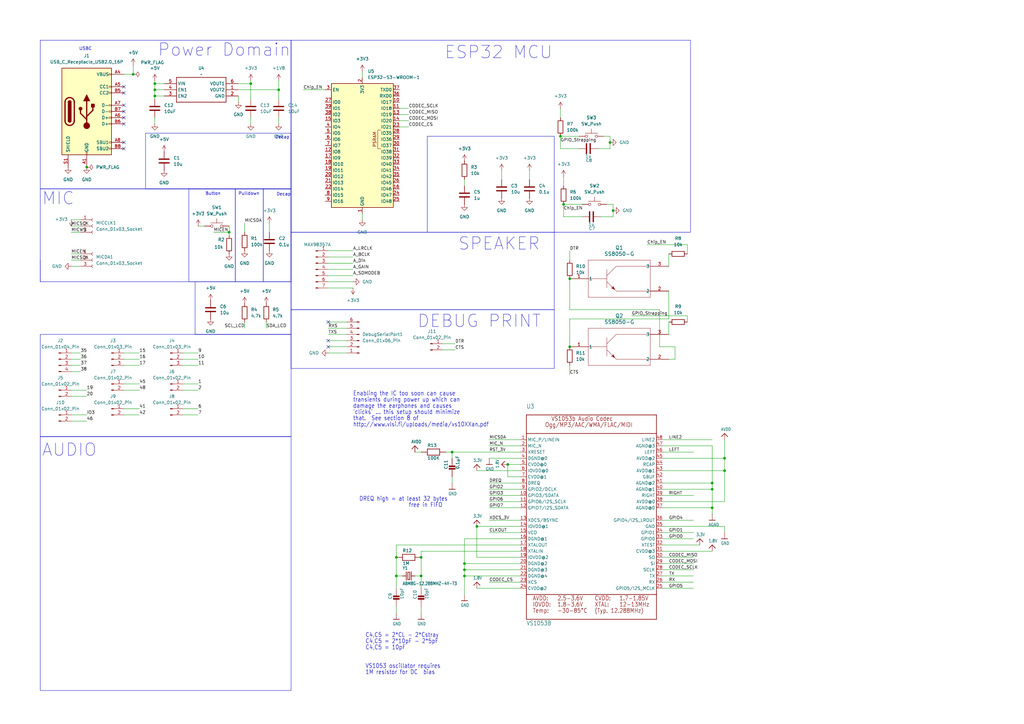
<source format=kicad_sch>
(kicad_sch (version 20231120) (generator "eeschema") (generator_version "8.0")
  (paper "A3")
  (junction (at 114.3 36.83))
  (junction (at 63.5 34.29))
  (junction (at 229.87 55.88))
  (junction (at 297.18 193.04))
  (junction (at 63.5 39.37))
  (junction (at 54.61 30.48))
  (junction (at 292.1 208.28))
  (junction (at 297.18 187.96))
  (junction (at 292.1 200.66))
  (junction (at 185.42 185.42))
  (junction (at 292.1 198.12))
  (junction (at 172.72 236.22))
  (junction (at 102.87 34.29))
  (junction (at 233.68 114.3))
  (junction (at 190.5 231.14))
  (junction (at 63.5 36.83))
  (junction (at 250.19 58.42))
  (junction (at 172.72 228.6))
  (junction (at 251.46 86.36))
  (junction (at 93.98 95.25))
  (junction (at 162.56 228.6))
  (junction (at 190.5 233.68))
  (junction (at 35.56 68.58))
  (junction (at 233.68 142.24))
  (junction (at 190.5 236.22))
  (junction (at 208.28 190.5))
  (junction (at 231.14 83.82))
  (junction (at 195.58 215.9))
  (junction (at 162.56 236.22))
  (no_connect (at 134.62 132.08))
  (no_connect (at 50.8 45.72))
  (no_connect (at 50.8 58.42))
  (no_connect (at 50.8 60.96))
  (no_connect (at 134.62 139.7))
  (no_connect (at 50.8 35.56))
  (no_connect (at 134.62 142.24))
  (no_connect (at 50.8 48.26))
  (no_connect (at 50.8 50.8))
  (no_connect (at 50.8 38.1))
  (no_connect (at 50.8 43.18))
  (wire (pts (xy 185.42 185.42) (xy 185.42 187.96)) (stroke (width 0.1524)))
  (wire (pts (xy 245.11 60.96) (xy 250.19 60.96)))
  (wire (pts (xy 271.78 182.88) (xy 292.1 182.88)) (stroke (width 0.1524)))
  (wire (pts (xy 213.36 236.22) (xy 190.5 236.22)) (stroke (width 0.1524)))
  (wire (pts (xy 160.02 -34.29) (xy 165.1 -34.29)))
  (wire (pts (xy 271.78 200.66) (xy 292.1 200.66)) (stroke (width 0.1524)))
  (wire (pts (xy 233.68 102.87) (xy 233.68 106.68)))
  (wire (pts (xy 29.21 170.18) (xy 35.56 170.18)))
  (wire (pts (xy 233.68 130.81) (xy 274.32 130.81)))
  (wire (pts (xy 160.02 -62.23) (xy 166.37 -62.23)))
  (wire (pts (xy 163.83 44.45) (xy 167.64 44.45)))
  (wire (pts (xy 148.59 29.21) (xy 148.59 31.75)))
  (wire (pts (xy 271.78 236.22) (xy 284.48 236.22)) (stroke (width 0.1524)))
  (wire (pts (xy 29.21 172.72) (xy 35.56 172.72)))
  (wire (pts (xy 160.02 -36.83) (xy 166.37 -36.83)))
  (wire (pts (xy 292.1 182.88) (xy 292.1 198.12)) (stroke (width 0.1524)))
  (wire (pts (xy 134.62 132.08) (xy 142.24 132.08)))
  (wire (pts (xy 121.92 -41.91) (xy 129.54 -41.91)))
  (wire (pts (xy 29.21 160.02) (xy 35.56 160.02)))
  (wire (pts (xy 63.5 34.29) (xy 67.31 34.29)))
  (wire (pts (xy 163.83 46.99) (xy 167.64 46.99)))
  (wire (pts (xy 148.59 87.63) (xy 148.59 90.17)))
  (wire (pts (xy 213.36 231.14) (xy 190.5 231.14)) (stroke (width 0.1524)))
  (wire (pts (xy 121.92 -46.99) (xy 129.54 -46.99)))
  (wire (pts (xy 121.92 -44.45) (xy 129.54 -44.45)))
  (wire (pts (xy 121.92 -36.83) (xy 129.54 -36.83)))
  (wire (pts (xy 213.36 238.76) (xy 200.66 238.76)) (stroke (width 0.1524)))
  (wire (pts (xy 250.19 58.42) (xy 250.19 55.88)))
  (wire (pts (xy 213.36 205.74) (xy 200.66 205.74)) (stroke (width 0.1524)))
  (wire (pts (xy 190.5 73.66) (xy 190.5 76.2)))
  (wire (pts (xy 63.5 34.29) (xy 63.5 36.83)))
  (wire (pts (xy 297.18 193.04) (xy 297.18 205.74)) (stroke (width 0.1524)))
  (wire (pts (xy 297.18 187.96) (xy 297.18 193.04)) (stroke (width 0.1524)))
  (wire (pts (xy 160.02 -52.07) (xy 166.37 -52.07)))
  (wire (pts (xy 110.49 91.44) (xy 110.49 95.25)))
  (wire (pts (xy 29.21 106.68) (xy 33.02 106.68)))
  (wire (pts (xy 229.87 55.88) (xy 229.87 60.96)))
  (wire (pts (xy 74.93 160.02) (xy 81.28 160.02)))
  (wire (pts (xy 114.3 48.26) (xy 114.3 50.8)))
  (wire (pts (xy 121.92 -57.15) (xy 129.54 -57.15)))
  (wire (pts (xy 292.1 198.12) (xy 292.1 200.66)) (stroke (width 0.1524)))
  (wire (pts (xy 29.21 147.32) (xy 33.02 147.32)))
  (wire (pts (xy 63.5 48.26) (xy 63.5 50.8)))
  (wire (pts (xy 74.93 157.48) (xy 81.28 157.48)))
  (wire (pts (xy 134.62 134.62) (xy 142.24 134.62)))
  (wire (pts (xy 170.18 236.22) (xy 172.72 236.22)) (stroke (width 0.1524)))
  (wire (pts (xy 205.74 69.85) (xy 205.74 73.66)))
  (wire (pts (xy 109.22 132.08) (xy 109.22 134.62)))
  (wire (pts (xy 134.62 105.41) (xy 144.78 105.41)))
  (wire (pts (xy 181.61 143.51) (xy 186.69 143.51)))
  (wire (pts (xy 50.8 149.86) (xy 57.15 149.86)))
  (wire (pts (xy 134.62 118.11) (xy 144.78 118.11)))
  (wire (pts (xy 50.8 160.02) (xy 57.15 160.02)))
  (wire (pts (xy 250.19 55.88) (xy 247.65 55.88)))
  (wire (pts (xy 213.36 198.12) (xy 200.66 198.12)) (stroke (width 0.1524)))
  (wire (pts (xy 29.21 162.56) (xy 35.56 162.56)))
  (wire (pts (xy 190.5 236.22) (xy 190.5 243.84)) (stroke (width 0.1524)))
  (wire (pts (xy 29.21 144.78) (xy 33.02 144.78)))
  (wire (pts (xy 81.28 92.71) (xy 83.82 92.71)))
  (wire (pts (xy 160.02 -59.69) (xy 166.37 -59.69)))
  (wire (pts (xy 213.36 233.68) (xy 190.5 233.68)) (stroke (width 0.1524)))
  (wire (pts (xy 195.58 228.6) (xy 195.58 215.9)) (stroke (width 0.1524)))
  (wire (pts (xy 251.46 86.36) (xy 251.46 83.82)))
  (wire (pts (xy 160.02 -57.15) (xy 166.37 -57.15)))
  (wire (pts (xy 121.92 -62.23) (xy 129.54 -62.23)))
  (wire (pts (xy 97.79 36.83) (xy 114.3 36.83)))
  (wire (pts (xy 163.83 49.53) (xy 167.64 49.53)))
  (wire (pts (xy 63.5 33.02) (xy 63.5 34.29)))
  (wire (pts (xy 265.43 100.33) (xy 281.94 100.33)))
  (wire (pts (xy 74.93 144.78) (xy 81.28 144.78)))
  (wire (pts (xy 162.56 223.52) (xy 162.56 228.6)) (stroke (width 0.1524)))
  (wire (pts (xy 114.3 33.02) (xy 114.3 36.83)))
  (wire (pts (xy 271.78 238.76) (xy 284.48 238.76)) (stroke (width 0.1524)))
  (wire (pts (xy 213.36 218.44) (xy 200.66 218.44)) (stroke (width 0.1524)))
  (wire (pts (xy 165.1 236.22) (xy 162.56 236.22)) (stroke (width 0.1524)))
  (wire (pts (xy 233.68 142.24) (xy 233.68 130.81)))
  (wire (pts (xy 162.56 236.22) (xy 162.56 241.3)) (stroke (width 0.1524)))
  (wire (pts (xy 246.38 88.9) (xy 251.46 88.9)))
  (wire (pts (xy 50.8 167.64) (xy 57.15 167.64)))
  (wire (pts (xy 50.8 170.18) (xy 57.15 170.18)))
  (wire (pts (xy 231.14 83.82) (xy 231.14 88.9)))
  (wire (pts (xy 271.78 228.6) (xy 284.48 228.6)) (stroke (width 0.1524)))
  (wire (pts (xy 172.72 236.22) (xy 172.72 241.3)) (stroke (width 0.1524)))
  (wire (pts (xy 229.87 55.88) (xy 237.49 55.88)))
  (wire (pts (xy 121.92 -31.75) (xy 129.54 -31.75)))
  (wire (pts (xy 271.78 193.04) (xy 297.18 193.04)) (stroke (width 0.1524)))
  (wire (pts (xy 271.78 187.96) (xy 297.18 187.96)) (stroke (width 0.1524)))
  (wire (pts (xy 271.78 203.2) (xy 284.48 203.2)) (stroke (width 0.1524)))
  (wire (pts (xy 123.19 -24.13) (xy 129.54 -24.13)))
  (wire (pts (xy 259.08 129.54) (xy 281.94 129.54)))
  (wire (pts (xy 29.21 109.22) (xy 33.02 109.22)))
  (wire (pts (xy 74.93 149.86) (xy 81.28 149.86)))
  (wire (pts (xy 160.02 -31.75) (xy 165.1 -31.75)))
  (wire (pts (xy 213.36 193.04) (xy 195.58 193.04)) (stroke (width 0.1524)))
  (wire (pts (xy 162.56 228.6) (xy 162.56 236.22)) (stroke (width 0.1524)))
  (wire (pts (xy 251.46 88.9) (xy 251.46 86.36)))
  (wire (pts (xy 29.21 104.14) (xy 33.02 104.14)))
  (wire (pts (xy 74.93 170.18) (xy 81.28 170.18)))
  (wire (pts (xy 229.87 60.96) (xy 237.49 60.96)))
  (wire (pts (xy 102.87 48.26) (xy 102.87 50.8)))
  (wire (pts (xy 271.78 223.52) (xy 287.02 223.52)) (stroke (width 0.1524)))
  (wire (pts (xy 213.36 220.98) (xy 190.5 220.98)) (stroke (width 0.1524)))
  (wire (pts (xy 50.8 157.48) (xy 57.15 157.48)))
  (wire (pts (xy 63.5 36.83) (xy 67.31 36.83)))
  (wire (pts (xy 63.5 39.37) (xy 63.5 40.64)))
  (wire (pts (xy 281.94 100.33) (xy 281.94 104.14)))
  (wire (pts (xy 121.92 -52.07) (xy 129.54 -52.07)))
  (wire (pts (xy 213.36 200.66) (xy 200.66 200.66)) (stroke (width 0.1524)))
  (wire (pts (xy 233.68 149.86) (xy 233.68 153.67)))
  (wire (pts (xy 271.78 208.28) (xy 292.1 208.28)) (stroke (width 0.1524)))
  (wire (pts (xy 134.62 144.78) (xy 142.24 144.78)))
  (wire (pts (xy 87.63 95.25) (xy 93.98 95.25)))
  (wire (pts (xy 274.32 130.81) (xy 274.32 119.38)))
  (wire (pts (xy 208.28 195.58) (xy 208.28 190.5)) (stroke (width 0.1524)))
  (wire (pts (xy 160.02 -54.61) (xy 166.37 -54.61)))
  (wire (pts (xy 231.14 88.9) (xy 238.76 88.9)))
  (wire (pts (xy 100.33 91.44) (xy 100.33 95.25)))
  (wire (pts (xy 172.72 226.06) (xy 172.72 228.6)) (stroke (width 0.1524)))
  (wire (pts (xy 233.68 127) (xy 270.51 127)))
  (wire (pts (xy 271.78 226.06) (xy 292.1 226.06)) (stroke (width 0.1524)))
  (wire (pts (xy 271.78 220.98) (xy 284.48 220.98)) (stroke (width 0.1524)))
  (wire (pts (xy 162.56 248.92) (xy 162.56 251.46)) (stroke (width 0.1524)))
  (wire (pts (xy 213.36 241.3) (xy 195.58 241.3)) (stroke (width 0.1524)))
  (wire (pts (xy 160.02 -49.53) (xy 166.37 -49.53)))
  (wire (pts (xy 134.62 113.03) (xy 144.78 113.03)))
  (wire (pts (xy 93.98 95.25) (xy 93.98 96.52)))
  (wire (pts (xy 274.32 104.14) (xy 274.32 109.22)))
  (wire (pts (xy 213.36 190.5) (xy 208.28 190.5)) (stroke (width 0.1524)))
  (wire (pts (xy 271.78 198.12) (xy 292.1 198.12)) (stroke (width 0.1524)))
  (wire (pts (xy 29.21 149.86) (xy 33.02 149.86)))
  (wire (pts (xy 276.86 142.24) (xy 276.86 147.32)))
  (wire (pts (xy 231.14 72.39) (xy 231.14 76.2)))
  (wire (pts (xy 121.92 -54.61) (xy 129.54 -54.61)))
  (wire (pts (xy 100.33 132.08) (xy 100.33 134.62)))
  (wire (pts (xy 213.36 185.42) (xy 185.42 185.42)) (stroke (width 0.1524)))
  (wire (pts (xy 97.79 39.37) (xy 97.79 41.91)))
  (wire (pts (xy 121.92 -29.21) (xy 129.54 -29.21)))
  (wire (pts (xy 233.68 114.3) (xy 233.68 127)))
  (wire (pts (xy 29.21 152.4) (xy 33.02 152.4)))
  (wire (pts (xy 213.36 187.96) (xy 200.66 187.96)) (stroke (width 0.1524)))
  (wire (pts (xy 144.78 -72.39) (xy 144.78 -67.31)))
  (wire (pts (xy 102.87 33.02) (xy 102.87 34.29)))
  (wire (pts (xy 160.02 -26.67) (xy 165.1 -26.67)))
  (wire (pts (xy 213.36 223.52) (xy 162.56 223.52)) (stroke (width 0.1524)))
  (wire (pts (xy 123.19 -19.05) (xy 129.54 -19.05)))
  (wire (pts (xy 121.92 -34.29) (xy 129.54 -34.29)))
  (wire (pts (xy 190.5 220.98) (xy 190.5 231.14)) (stroke (width 0.1524)))
  (wire (pts (xy 29.21 90.17) (xy 33.02 90.17)))
  (wire (pts (xy 160.02 -24.13) (xy 165.1 -24.13)))
  (wire (pts (xy 63.5 39.37) (xy 67.31 39.37)))
  (wire (pts (xy 134.62 110.49) (xy 144.78 110.49)))
  (wire (pts (xy 160.02 -44.45) (xy 166.37 -44.45)))
  (wire (pts (xy 160.02 -16.51) (xy 165.1 -16.51)))
  (wire (pts (xy 123.19 -21.59) (xy 129.54 -21.59)))
  (wire (pts (xy 281.94 129.54) (xy 281.94 132.08)))
  (wire (pts (xy 160.02 -46.99) (xy 166.37 -46.99)))
  (wire (pts (xy 271.78 180.34) (xy 292.1 180.34)) (stroke (width 0.1524)))
  (wire (pts (xy 271.78 213.36) (xy 284.48 213.36)) (stroke (width 0.1524)))
  (wire (pts (xy 29.21 95.25) (xy 33.02 95.25)))
  (wire (pts (xy 54.61 26.67) (xy 54.61 30.48)))
  (wire (pts (xy 124.46 36.83) (xy 133.35 36.83)))
  (wire (pts (xy 114.3 36.83) (xy 114.3 40.64)))
  (wire (pts (xy 270.51 127) (xy 270.51 142.24)))
  (wire (pts (xy 250.19 60.96) (xy 250.19 58.42)))
  (wire (pts (xy 292.1 200.66) (xy 292.1 208.28)) (stroke (width 0.1524)))
  (wire (pts (xy 134.62 139.7) (xy 142.24 139.7)))
  (wire (pts (xy 63.5 36.83) (xy 63.5 39.37)))
  (wire (pts (xy 134.62 137.16) (xy 142.24 137.16)))
  (wire (pts (xy 213.36 180.34) (xy 200.66 180.34)) (stroke (width 0.1524)))
  (wire (pts (xy 163.83 52.07) (xy 167.64 52.07)))
  (wire (pts (xy 134.62 115.57) (xy 144.78 115.57)))
  (wire (pts (xy 213.36 208.28) (xy 200.66 208.28)) (stroke (width 0.1524)))
  (wire (pts (xy 276.86 147.32) (xy 274.32 147.32)))
  (wire (pts (xy 50.8 147.32) (xy 57.15 147.32)))
  (wire (pts (xy 29.21 92.71) (xy 33.02 92.71)))
  (wire (pts (xy 185.42 185.42) (xy 182.88 185.42)) (stroke (width 0.1524)))
  (wire (pts (xy 217.17 69.85) (xy 217.17 73.66)))
  (wire (pts (xy 292.1 208.28) (xy 292.1 210.82)) (stroke (width 0.1524)))
  (wire (pts (xy 213.36 182.88) (xy 200.66 182.88)) (stroke (width 0.1524)))
  (wire (pts (xy 160.02 -29.21) (xy 165.1 -29.21)))
  (wire (pts (xy 74.93 167.64) (xy 81.28 167.64)))
  (wire (pts (xy 172.72 185.42) (xy 170.18 185.42)) (stroke (width 0.1524)))
  (wire (pts (xy 213.36 195.58) (xy 208.28 195.58)) (stroke (width 0.1524)))
  (wire (pts (xy 213.36 226.06) (xy 172.72 226.06)) (stroke (width 0.1524)))
  (wire (pts (xy 271.78 215.9) (xy 297.18 215.9)) (stroke (width 0.1524)))
  (wire (pts (xy 121.92 -39.37) (xy 129.54 -39.37)))
  (wire (pts (xy 121.92 -49.53) (xy 129.54 -49.53)))
  (wire (pts (xy 229.87 44.45) (xy 229.87 48.26)))
  (wire (pts (xy 160.02 -21.59) (xy 165.1 -21.59)))
  (wire (pts (xy 134.62 102.87) (xy 144.78 102.87)))
  (wire (pts (xy 172.72 248.92) (xy 172.72 251.46)) (stroke (width 0.1524)))
  (wire (pts (xy 160.02 -39.37) (xy 166.37 -39.37)))
  (wire (pts (xy 270.51 142.24) (xy 276.86 142.24)))
  (wire (pts (xy 190.5 233.68) (xy 190.5 236.22)) (stroke (width 0.1524)))
  (wire (pts (xy 271.78 241.3) (xy 284.48 241.3)) (stroke (width 0.1524)))
  (wire (pts (xy 297.18 215.9) (xy 297.18 218.44)) (stroke (width 0.1524)))
  (wire (pts (xy 251.46 83.82) (xy 248.92 83.82)))
  (wire (pts (xy 271.78 185.42) (xy 284.48 185.42)) (stroke (width 0.1524)))
  (wire (pts (xy 74.93 147.32) (xy 81.28 147.32)))
  (wire (pts (xy 271.78 218.44) (xy 284.48 218.44)) (stroke (width 0.1524)))
  (wire (pts (xy 297.18 180.34) (xy 297.18 187.96)) (stroke (width 0.1524)))
  (wire (pts (xy 213.36 228.6) (xy 195.58 228.6)) (stroke (width 0.1524)))
  (wire (pts (xy 190.5 231.14) (xy 190.5 233.68)) (stroke (width 0.1524)))
  (wire (pts (xy 213.36 215.9) (xy 195.58 215.9)) (stroke (width 0.1524)))
  (wire (pts (xy 160.02 -19.05) (xy 162.56 -19.05)))
  (wire (pts (xy 185.42 195.58) (xy 185.42 198.12)) (stroke (width 0.1524)))
  (wire (pts (xy 160.02 -41.91) (xy 166.37 -41.91)))
  (wire (pts (xy 134.62 142.24) (xy 142.24 142.24)))
  (wire (pts (xy 54.61 30.48) (xy 50.8 30.48)))
  (wire (pts (xy 134.62 107.95) (xy 144.78 107.95)))
  (wire (pts (xy 271.78 233.68) (xy 284.48 233.68)) (stroke (width 0.1524)))
  (wire (pts (xy 271.78 205.74) (xy 297.18 205.74)) (stroke (width 0.1524)))
  (wire (pts (xy 50.8 144.78) (xy 57.15 144.78)))
  (wire (pts (xy 102.87 34.29) (xy 102.87 40.64)))
  (wire (pts (xy 271.78 231.14) (xy 284.48 231.14)) (stroke (width 0.1524)))
  (wire (pts (xy 274.32 132.08) (xy 274.32 137.16)))
  (wire (pts (xy 213.36 213.36) (xy 200.66 213.36)) (stroke (width 0.1524)))
  (wire (pts (xy 97.79 34.29) (xy 102.87 34.29)))
  (wire (pts (xy 123.19 -26.67) (xy 129.54 -26.67)))
  (wire (pts (xy 231.14 83.82) (xy 238.76 83.82)))
  (wire (pts (xy 181.61 140.97) (xy 186.69 140.97)))
  (wire (pts (xy 93.98 92.71) (xy 93.98 95.25)))
  (wire (pts (xy 172.72 228.6) (xy 172.72 236.22)) (stroke (width 0.1524)))
  (wire (pts (xy 213.36 203.2) (xy 200.66 203.2)) (stroke (width 0.1524)))
  (wire (pts (xy 123.19 -16.51) (xy 129.54 -16.51)))
  (rectangle (start 16.51 77.47) (end 119.38 115.57))
  (rectangle (start 96.52 77.47) (end 107.95 115.57))
  (rectangle (start 119.38 95.25) (end 227.33 127))
  (rectangle (start 77.47 77.47) (end 96.52 115.57))
  (rectangle (start 16.51 179.07) (end 119.38 283.21))
  (rectangle (start 107.95 77.47) (end 119.38 115.57))
  (rectangle (start 59.69 54.61) (end 119.38 77.47))
  (rectangle (start 119.38 16.51) (end 283.21 95.25))
  (rectangle (start 80.01 115.57) (end 119.38 137.16))
  (rectangle (start 16.51 137.16) (end 119.38 179.07))
  (rectangle (start 16.51 16.51) (end 119.38 77.47))
  (rectangle (start 119.38 127) (end 227.33 151.13))
  (rectangle (start 175.26 55.88) (end 227.33 95.25))
  (rectangle (start 16.51 106.68) (end 16.51 115.57))
  (text "VS1053 oscillator requires" (at 149.86 274.32 0) (effects (font (size 1.778 1.5113)) (justify left bottom)))
  (text "AUDIO\n" (at 28.448 184.658 0) (effects (font (size 5.08 5.08))))
  (text "Decap" (at 116.332 79.756 0) (effects (font (size 1.27 1.27))))
  (text "Power Domain" (at 91.948 20.574 0) (effects (font (size 5.08 5.08))))
  (text "Button" (at 87.376 79.502 0) (effects (font (size 1.27 1.27))))
  (text "transients during power up which can" (at 144.78 165.1 0) (effects (font (size 1.778 1.5113)) (justify left bottom)))
  (text "DREQ high = at least 32 bytes" (at 147.32 205.74 0) (effects (font (size 1.778 1.5113)) (justify left bottom)))
  (text "C4,C5 = 2*CL - 2*Cstray" (at 149.86 261.62 0) (effects (font (size 1.778 1.5113)) (justify left bottom)))
  (text "Enabling the IC too soon can cause" (at 144.78 162.56 0) (effects (font (size 1.778 1.5113)) (justify left bottom)))
  (text "USBC" (at 35.052 20.066 0) (effects (font (size 1.27 1.27))))
  (text "ESP32 MCU" (at 204.47 21.59 0) (effects (font (size 5.08 5.08))))
  (text "MIC" (at 23.876 81.534 0) (effects (font (size 5.08 5.08))))
  (text "1M resistor for DC  bias" (at 149.86 276.86 0) (effects (font (size 1.778 1.5113)) (justify left bottom)))
  (text "C4,C5 = 2*10pF - 2*5pF" (at 149.86 264.16 0) (effects (font (size 1.778 1.5113)) (justify left bottom)))
  (text "C4,C5 = 10pF" (at 149.86 266.7 0) (effects (font (size 1.778 1.5113)) (justify left bottom)))
  (text "'clicks' ... this setup should minimize" (at 144.78 170.18 0) (effects (font (size 1.778 1.5113)) (justify left bottom)))
  (text "SPEAKER" (at 204.724 100.076 0) (effects (font (size 5.08 5.08))))
  (text "free in FIFO" (at 167.64 208.28 0) (effects (font (size 1.778 1.5113)) (justify left bottom)))
  (text "DEBUG PRINT" (at 196.596 131.826 0) (effects (font (size 5.08 5.08))))
  (text "http://www.vlsi.fi/uploads/media/vs10XXan.pdf" (at 144.78 175.26 0) (effects (font (size 1.778 1.5113)) (justify left bottom)))
  (text "Pulldown" (at 102.108 79.502 0) (effects (font (size 1.27 1.27))))
  (text "that.  See section 8 of" (at 144.78 172.72 0) (effects (font (size 1.778 1.5113)) (justify left bottom)))
  (text "Decap" (at 115.824 56.388 0) (effects (font (size 1.27 1.27))))
  (text "damage the earphones and causes" (at 144.78 167.64 0) (effects (font (size 1.778 1.5113)) (justify left bottom)))
  (label "16" (at 57.15 147.32 0))
  (label "GPIO1" (at 274.32 218.44 0) (effects (font (size 1.2446 1.2446))))
  (label "GPIO2" (at 200.66 200.66 0) (effects (font (size 1.2446 1.2446))))
  (label "MICEN" (at 87.63 95.25 0))
  (label "35" (at 33.02 144.78 0))
  (label "1" (at 81.28 157.48 0))
  (label "RIGHT" (at 274.32 203.2 0) (effects (font (size 1.2446 1.2446))))
  (label "15" (at 57.15 144.78 0))
  (label "1" (at 121.92 -54.61 0))
  (label "CODEC_MISO" (at 167.64 46.99 0))
  (label "MICEN" (at 121.92 -36.83 0))
  (label "DREQ" (at 200.66 198.12 0) (effects (font (size 1.2446 1.2446))))
  (label "CTS" (at 186.69 143.51 0))
  (label "DTR" (at 186.69 140.97 0))
  (label "A_GAIN" (at 144.78 110.49 0))
  (label "IO3" (at 35.56 170.18 0))
  (label "19" (at 166.37 -52.07 0))
  (label "CODEC_SCLK" (at 274.32 233.68 0) (effects (font (size 1.2446 1.2446))))
  (label "MIC_N" (at 200.66 182.88 0) (effects (font (size 1.2446 1.2446))))
  (label "48" (at 165.1 -16.51 0))
  (label "LINE2" (at 274.32 180.34 0) (effects (font (size 1.2446 1.2446))))
  (label "6" (at 121.92 -41.91 0))
  (label "A_SDMODEB" (at 162.56 -19.05 0))
  (label "38" (at 33.02 152.4 0))
  (label "42" (at 165.1 -26.67 0))
  (label "9" (at 81.28 144.78 0))
  (label "17" (at 166.37 -57.15 0))
  (label "A_LRCLK" (at 144.78 102.87 0))
  (label "GPIO_Strapping" (at 229.87 58.42 0))
  (label "SCL_LCD" (at 100.33 134.62 180))
  (label "A_Din" (at 123.19 -21.59 0))
  (label "Chip_EN" (at 124.46 36.83 0))
  (label "TX" (at 274.32 236.22 0) (effects (font (size 1.2446 1.2446))))
  (label "RX" (at 274.32 238.76 0) (effects (font (size 1.2446 1.2446))))
  (label "MICWS" (at 29.21 95.25 0))
  (label "2" (at 121.92 -52.07 0))
  (label "19" (at 35.56 160.02 0))
  (label "20" (at 166.37 -49.53 0))
  (label "36" (at 166.37 -41.91 0))
  (label "MICSDA" (at 200.66 180.34 0) (effects (font (size 1.2446 1.2446))))
  (label "36" (at 33.02 147.32 0))
  (label "RXS" (at 166.37 -62.23 0))
  (label "XDCS_3V" (at 200.66 213.36 0) (effects (font (size 1.2446 1.2446))))
  (label "45" (at 165.1 -24.13 0))
  (label "CTS" (at 233.68 153.67 0))
  (label "MICSDA" (at 29.21 106.68 0))
  (label "46" (at 165.1 -21.59 0))
  (label "A_Din" (at 144.78 107.95 0))
  (label "38" (at 166.37 -36.83 0))
  (label "RXS" (at 134.62 134.62 0))
  (label "GPIO3" (at 200.66 203.2 0) (effects (font (size 1.2446 1.2446))))
  (label "11" (at 81.28 149.86 0))
  (label "MICEN" (at 29.21 104.14 0))
  (label "15" (at 123.19 -19.05 0))
  (label "SDA_LCD" (at 165.1 -34.29 0))
  (label "CODEC_MISO" (at 274.32 228.6 0) (effects (font (size 1.2446 1.2446))))
  (label "Chip_EN" (at 231.14 86.36 0))
  (label "45" (at 57.15 157.48 0))
  (label "A_BCLK" (at 123.19 -24.13 0))
  (label "CODEC_CS" (at 200.66 238.76 0) (effects (font (size 1.2446 1.2446))))
  (label "46" (at 35.56 172.72 0))
  (label "CODEC_SCLK" (at 167.64 44.45 0))
  (label "GPIO4" (at 274.32 213.36 0) (effects (font (size 1.2446 1.2446))))
  (label "7" (at 81.28 170.18 0))
  (label "MICSDA" (at 166.37 -54.61 0))
  (label "10" (at 121.92 -31.75 0))
  (label "Chip_EN" (at 265.43 100.33 0))
  (label "GPIO0" (at 274.32 220.98 0) (effects (font (size 1.2446 1.2446))))
  (label "TXS" (at 166.37 -59.69 0))
  (label "37" (at 166.37 -39.37 0))
  (label "48" (at 57.15 160.02 0))
  (label "A_GAIN" (at 166.37 -46.99 0))
  (label "16" (at 123.19 -16.51 0))
  (label "SCL_LCD" (at 165.1 -31.75 0))
  (label "SDA_LCD" (at 109.22 134.62 0))
  (label "CODEC_CS" (at 167.64 52.07 0))
  (label "A_BCLK" (at 144.78 105.41 0))
  (label "Chip_EN" (at 121.92 -62.23 0))
  (label "RST_3V" (at 200.66 185.42 0) (effects (font (size 1.2446 1.2446))))
  (label "CODEC_MOSI" (at 274.32 231.14 0) (effects (font (size 1.2446 1.2446))))
  (label "LEFT" (at 274.32 185.42 0) (effects (font (size 1.2446 1.2446))))
  (label "17" (at 57.15 149.86 0))
  (label "MICSCK" (at 29.21 92.71 0))
  (label "MICWS" (at 121.92 -44.45 0))
  (label "A_LRCLK" (at 123.19 -26.67 0))
  (label "GPIO7" (at 200.66 208.28 0) (effects (font (size 1.2446 1.2446))))
  (label "35" (at 166.37 -44.45 0))
  (label "DTR" (at 233.68 102.87 0))
  (label "MICSCK" (at 121.92 -46.99 0))
  (label "10" (at 81.28 147.32 0))
  (label "37" (at 33.02 149.86 0))
  (label "CLKOUT" (at 200.66 218.44 0) (effects (font (size 1.2446 1.2446))))
  (label "TXS" (at 134.62 137.16 0))
  (label "20" (at 35.56 162.56 0))
  (label "11" (at 121.92 -29.21 0))
  (label "IO3" (at 121.92 -49.53 0))
  (label "GPIO5" (at 274.32 241.3 0) (effects (font (size 1.2446 1.2446))))
  (label "GPIO_Strapping" (at 121.92 -57.15 0))
  (label "CODEC_MOSI" (at 167.64 49.53 0))
  (label "6" (at 81.28 167.64 0))
  (label "GPIO6" (at 200.66 205.74 0) (effects (font (size 1.2446 1.2446))))
  (label "A_SDMODEB" (at 144.78 113.03 0))
  (label "7" (at 121.92 -39.37 0))
  (label "MICSDA" (at 100.33 91.44 0))
  (label "9" (at 121.92 -34.29 0))
  (label "41" (at 165.1 -29.21 0))
  (label "41" (at 57.15 167.64 0))
  (label "42" (at 57.15 170.18 0))
  (label "GPIO_Strapping" (at 259.08 129.54 0))
  (label "2" (at 81.28 160.02 0))
  (symbol (lib_id "Adafruit VS1053 Breakout-eagle-import:AVDD") (at 297.18 177.8 0) (unit 1)
    (property "Reference" "#U$014" (effects (hide yes)))
    (property "Value" "AVDD" (at 295.656 176.784 0) (effects (font (size 1.27 1.0795)) (justify left bottom)))
  )
  (symbol (lib_id "power:GND") (at 134.62 144.78 270) (unit 1)
    (property "Reference" "#PWR021" (effects (hide yes)))
    (property "Value" "GND" (at 130.81 144.7799 90) (effects (justify right)))
    (property "Description" "Power symbol creates a global label with name \"GND\" , ground" (effects (hide yes)))
  )
  (symbol (lib_id "Device:R") (at 100.33 128.27 0) (unit 1)
    (property "Reference" "R4" (at 102.87 126.9999 0) (effects (justify left)))
    (property "Value" "4.7k" (at 102.87 129.5399 0) (effects (justify left)))
    (property "Footprint" "Resistor_SMD:R_0805_2012Metric_Pad1.20x1.40mm_HandSolder" (effects (hide yes)))
    (property "Description" "Resistor" (effects (hide yes)))
  )
  (symbol (lib_id "power:GND") (at 27.94 68.58 0) (unit 1)
    (property "Reference" "#PWR02" (effects (hide yes)))
    (property "Value" "GND" (at 27.94 73.66 0))
    (property "Description" "Power symbol creates a global label with name \"GND\" , ground" (effects (hide yes)))
  )
  (symbol (lib_id "Adafruit VS1053 Breakout-eagle-import:AGND") (at 292.1 213.36 0) (unit 1)
    (property "Reference" "#U$012" (effects (hide yes)))
    (property "Value" "AGND" (at 290.576 215.9 0) (effects (font (size 1.27 1.0795)) (justify left bottom)))
  )
  (symbol (lib_id "power:GND") (at 86.36 130.81 0) (unit 1)
    (property "Reference" "#PWR030" (effects (hide yes)))
    (property "Value" "GND" (at 86.36 135.89 0))
    (property "Description" "Power symbol creates a global label with name \"GND\" , ground" (effects (hide yes)))
  )
  (symbol (lib_id "Adafruit VS1053 Breakout-eagle-import:GND") (at 172.72 254 0) (unit 1)
    (property "Reference" "#U$03" (effects (hide yes)))
    (property "Value" "GND" (at 171.196 256.54 0) (effects (font (size 1.27 1.0795)) (justify left bottom)))
  )
  (symbol (lib_id "Device:C") (at 241.3 60.96 90) (unit 1)
    (property "Reference" "C8" (at 241.554 65.786 90))
    (property "Value" "1u" (at 241.3 64.008 90))
    (property "Footprint" "Capacitor_SMD:C_0805_2012Metric_Pad1.18x1.45mm_HandSolder" (effects (hide yes)))
    (property "Description" "Unpolarized capacitor" (effects (hide yes)))
  )
  (symbol (lib_id "power:GND") (at 114.3 50.8 0) (unit 1)
    (property "Reference" "#PWR038" (effects (hide yes)))
    (property "Value" "GND" (at 114.3 55.88 0))
    (property "Description" "Power symbol creates a global label with name \"GND\" , ground" (effects (hide yes)))
  )
  (symbol (lib_id "Switch:SW_Push") (at 88.9 92.71 0) (unit 1)
    (property "Reference" "SW1" (at 88.9 85.09 0))
    (property "Value" "SW_Push" (at 88.9 87.63 0))
    (property "Footprint" "Button_Switch_THT:SW_PUSH_6mm_H4.3mm" (effects (hide yes)))
    (property "Description" "Push button switch, generic, two pins" (effects (hide yes)))
  )
  (symbol (lib_id "Device:C") (at 114.3 44.45 0) (unit 1)
    (property "Reference" "C14" (at 118.11 43.1799 0) (effects (justify left)))
    (property "Value" "10uF" (at 118.11 45.7199 0) (effects (justify left)))
    (property "Description" "Unpolarized capacitor" (effects (hide yes)))
  )
  (symbol (lib_id "power:PWR_FLAG") (at 35.56 68.58 270) (unit 1)
    (property "Reference" "#FLG03" (effects (hide yes)))
    (property "Value" "PWR_FLAG" (at 39.37 68.5799 90) (effects (justify left)))
    (property "Description" "Special symbol for telling ERC where power comes from" (effects (hide yes)))
  )
  (symbol (lib_id "Connector:Conn_01x02_Pin") (at 24.13 170.18 0) (unit 1)
    (property "Reference" "J10" (at 24.765 165.1 0))
    (property "Value" "Conn_01x02_Pin" (at 24.765 167.64 0))
    (property "Footprint" "Connector_PinHeader_2.54mm:PinHeader_1x02_P2.54mm_Vertical" (effects (hide yes)))
    (property "Description" "Generic connector, single row, 01x02, script generated" (effects (hide yes)))
  )
  (symbol (lib_id "Adafruit VS1053 Breakout-eagle-import:1.8V") (at 292.1 223.52 0) (unit 1)
    (property "Reference" "#U$013" (effects (hide yes)))
    (property "Value" "1.8V" (at 290.576 222.504 0) (effects (font (size 1.27 1.0795)) (justify left bottom)))
  )
  (symbol (lib_id "power:+3V3") (at 231.14 72.39 0) (unit 1)
    (property "Reference" "#PWR034" (effects (hide yes)))
    (property "Value" "+3V3" (at 231.14 67.31 0))
    (property "Description" "Power symbol creates a global label with name \"+3V3\"" (effects (hide yes)))
  )
  (symbol (lib_id "power:GND") (at 93.98 104.14 0) (unit 1)
    (property "Reference" "#PWR016" (effects (hide yes)))
    (property "Value" "GND" (at 93.98 109.22 0))
    (property "Description" "Power symbol creates a global label with name \"GND\" , ground" (effects (hide yes)))
  )
  (symbol (lib_id "power:+3V3") (at 190.5 66.04 0) (unit 1)
    (property "Reference" "#PWR032" (effects (hide yes)))
    (property "Value" "+3V3" (at 190.5 60.96 0))
    (property "Description" "Power symbol creates a global label with name \"+3V3\"" (effects (hide yes)))
  )
  (symbol (lib_id "Adafruit VS1053 Breakout-eagle-import:GND") (at 185.42 200.66 0) (unit 1)
    (property "Reference" "#U$04" (effects (hide yes)))
    (property "Value" "GND" (at 183.896 203.2 0) (effects (font (size 1.27 1.0795)) (justify left bottom)))
  )
  (symbol (lib_id "power:+5V") (at 100.33 124.46 0) (unit 1)
    (property "Reference" "#PWR028" (effects (hide yes)))
    (property "Value" "+5V" (at 100.33 119.38 0))
    (property "Description" "Power symbol creates a global label with name \"+5V\"" (effects (hide yes)))
  )
  (symbol (lib_id "Connector:Conn_01x02_Pin") (at 69.85 167.64 0) (unit 1)
    (property "Reference" "J8" (at 70.485 162.56 0))
    (property "Value" "Conn_01x02_Pin" (at 70.485 165.1 0))
    (property "Footprint" "Connector_PinHeader_2.54mm:PinHeader_1x02_P2.54mm_Vertical" (effects (hide yes)))
    (property "Description" "Generic connector, single row, 01x02, script generated" (effects (hide yes)))
  )
  (symbol (lib_id "Device:R") (at 229.87 52.07 0) (unit 1)
    (property "Reference" "R7" (at 232.41 50.7999 0) (effects (justify left)))
    (property "Value" "100k" (at 232.41 53.3399 0) (effects (justify left)))
    (property "Footprint" "Resistor_SMD:R_0805_2012Metric_Pad1.20x1.40mm_HandSolder" (effects (hide yes)))
    (property "Description" "Resistor" (effects (hide yes)))
  )
  (symbol (lib_id "Adafruit VS1053 Breakout-eagle-import:3.3V") (at 287.02 220.98 0) (unit 1)
    (property "Reference" "#U$011" (effects (hide yes)))
    (property "Value" "3.3V" (at 285.496 219.964 0) (effects (font (size 1.27 1.0795)) (justify left bottom)))
  )
  (symbol (lib_id "power:PWR_FLAG") (at 54.61 30.48 270) (unit 1)
    (property "Reference" "#FLG01" (effects (hide yes)))
    (property "Value" "PWR_FLAG" (at 57.658 25.654 90) (effects (justify left)))
    (property "Description" "Special symbol for telling ERC where power comes from" (effects (hide yes)))
  )
  (symbol (lib_id "Adafruit VS1053 Breakout-eagle-import:VREG_SOT23-6_DUALAP7312") (at 82.55 36.83 0) (unit 1)
    (property "Reference" "U4" (at 82.55 27.94 0) (effects (font (size 1.27 1.0795))))
    (property "Value" "~" (at 82.55 30.48 0) (effects (font (size 1.27 1.0795))))
    (property "Footprint" "Adafruit VS1053 Breakout:SOT23-6" (effects (hide yes)))
    (property "Description" "Dual Output SOT23-6 Linear Regulators\n\nDiodes Inc. AP7312 - Dual 150mA LDO Linear Regulator\n\n0.2V dropout, 150mA output, 2-6V Input\n\n• AP7312-1833W6-7 - 1.8V/3.3V SOT23-6 (Digikey: AP7312-1833W6-7DICT-ND)\n\nMIC5320 - Dual 150mA ULDO Linear Regulator\n\nUltra-low 35mV dropout at 150mA, 2.3-5.5V Input\n\n• 3.3V/1.8V SOT23-6 (Digikey: 576-1658-1-ND)\n• 3.3V/1.5V SOT23-6 (Digikey: 576-3483-1-ND)" (effects (hide yes)))
  )
  (symbol (lib_id "power:+3V3") (at 229.87 44.45 0) (unit 1)
    (property "Reference" "#PWR022" (effects (hide yes)))
    (property "Value" "+3V3" (at 229.87 39.37 0))
    (property "Description" "Power symbol creates a global label with name \"+3V3\"" (effects (hide yes)))
  )
  (symbol (lib_id "Device:R") (at 233.68 110.49 180) (unit 1)
    (property "Reference" "R10" (at 236.22 109.2199 0) (effects (justify right)))
    (property "Value" "10k" (at 236.22 111.7599 0) (effects (justify right)))
    (property "Footprint" "Resistor_SMD:R_0805_2012Metric_Pad1.20x1.40mm_HandSolder" (effects (hide yes)))
    (property "Description" "Resistor" (effects (hide yes)))
  )
  (symbol (lib_id "Connector:Conn_01x06_Pin") (at 147.32 139.7 180) (unit 1)
    (property "Reference" "DebugSerialPort1" (at 148.59 137.1599 0) (effects (justify right)))
    (property "Value" "Conn_01x06_Pin" (at 148.59 139.6999 0) (effects (justify right)))
    (property "Footprint" "Connector_PinHeader_2.54mm:PinHeader_1x06_P2.54mm_Vertical" (effects (hide yes)))
    (property "Description" "Generic connector, single row, 01x06, script generated" (effects (hide yes)))
  )
  (symbol (lib_id "Adafruit VS1053 Breakout-eagle-import:GND") (at 297.18 220.98 0) (unit 1)
    (property "Reference" "#U$015" (effects (hide yes)))
    (property "Value" "GND" (at 295.656 223.52 0) (effects (font (size 1.27 1.0795)) (justify left bottom)))
  )
  (symbol (lib_id "Connector:Conn_01x02_Pin") (at 45.72 157.48 0) (unit 1)
    (property "Reference" "J7" (at 46.355 152.4 0))
    (property "Value" "Conn_01x02_Pin" (at 46.355 154.94 0))
    (property "Footprint" "Connector_PinHeader_2.54mm:PinHeader_1x02_P2.54mm_Vertical" (effects (hide yes)))
    (property "Description" "Generic connector, single row, 01x02, script generated" (effects (hide yes)))
  )
  (symbol (lib_id "Device:R") (at 100.33 99.06 180) (unit 1)
    (property "Reference" "R1" (at 102.87 97.7899 0) (effects (justify right)))
    (property "Value" "100k" (at 102.87 100.3299 0) (effects (justify right)))
    (property "Footprint" "Resistor_SMD:R_0805_2012Metric_Pad1.20x1.40mm_HandSolder" (effects (hide yes)))
    (property "Description" "Resistor" (effects (hide yes)))
  )
  (symbol (lib_id "Adafruit VS1053 Breakout-eagle-import:3.3V") (at 195.58 213.36 0) (unit 1)
    (property "Reference" "#U$07" (effects (hide yes)))
    (property "Value" "3.3V" (at 194.056 212.344 0) (effects (font (size 1.27 1.0795)) (justify left bottom)))
  )
  (symbol (lib_id "Adafruit VS1053 Breakout-eagle-import:RESISTOR_0805MP") (at 177.8 185.42 0) (unit 1)
    (property "Reference" "R13" (at 175.26 183.388 0) (effects (justify left bottom)))
    (property "Value" "100K" (at 175.26 188.595 0) (effects (justify left bottom)))
    (property "Footprint" "Adafruit VS1053 Breakout:_0805MP" (effects (hide yes)))
  )
  (symbol (lib_id "Device:R") (at 231.14 80.01 0) (unit 1)
    (property "Reference" "R6" (at 233.68 78.7399 0) (effects (justify left)))
    (property "Value" "100k" (at 233.68 81.2799 0) (effects (justify left)))
    (property "Footprint" "Resistor_SMD:R_0805_2012Metric_Pad1.20x1.40mm_HandSolder" (effects (hide yes)))
    (property "Description" "Resistor" (effects (hide yes)))
  )
  (symbol (lib_id "power:+3V3") (at 29.21 90.17 180) (unit 1)
    (property "Reference" "#PWR08" (effects (hide yes)))
    (property "Value" "+3V3" (at 25.146 89.916 0))
    (property "Description" "Power symbol creates a global label with name \"+3V3\"" (effects (hide yes)))
  )
  (symbol (lib_id "power:GND") (at 67.31 69.85 0) (unit 1)
    (property "Reference" "#PWR07" (effects (hide yes)))
    (property "Value" "GND" (at 67.31 74.93 0))
    (property "Description" "Power symbol creates a global label with name \"GND\" , ground" (effects (hide yes)))
  )
  (symbol (lib_id "power:+5V") (at 109.22 124.46 0) (unit 1)
    (property "Reference" "#PWR029" (effects (hide yes)))
    (property "Value" "+5V" (at 109.22 119.38 0))
    (property "Description" "Power symbol creates a global label with name \"+5V\"" (effects (hide yes)))
  )
  (symbol (lib_id "Switch:SW_Push") (at 242.57 55.88 0) (unit 1)
    (property "Reference" "SW3" (at 242.57 48.26 0))
    (property "Value" "SW_Push" (at 242.57 50.8 0))
    (property "Footprint" "Button_Switch_THT:SW_PUSH_6mm_H4.3mm" (effects (hide yes)))
    (property "Description" "Push button switch, generic, two pins" (effects (hide yes)))
  )
  (symbol (lib_id "Adafruit VS1053 Breakout-eagle-import:VS1053B") (at 241.3 210.82 0) (unit 1)
    (property "Reference" "U3" (at 215.9 167.64 0) (effects (font (size 1.778 1.5113)) (justify left bottom)))
    (property "Value" "VS1053B" (at 215.9 256.54 0) (effects (font (size 1.778 1.5113)) (justify left bottom)))
    (property "Footprint" "Adafruit VS1053 Breakout:LQFP48" (effects (hide yes)))
  )
  (symbol (lib_id "Switch:SW_Push") (at 243.84 83.82 0) (unit 1)
    (property "Reference" "SW2" (at 243.84 76.2 0))
    (property "Value" "SW_Push" (at 243.84 78.74 0))
    (property "Footprint" "Button_Switch_THT:SW_PUSH_6mm_H4.3mm" (effects (hide yes)))
    (property "Description" "Push button switch, generic, two pins" (effects (hide yes)))
  )
  (symbol (lib_id "power:+3V3") (at 205.74 69.85 0) (unit 1)
    (property "Reference" "#PWR011" (effects (hide yes)))
    (property "Value" "+3V3" (at 205.74 64.77 0))
    (property "Description" "Power symbol creates a global label with name \"+3V3\"" (effects (hide yes)))
  )
  (symbol (lib_id "power:+5V") (at 54.61 26.67 0) (unit 1)
    (property "Reference" "#PWR03" (effects (hide yes)))
    (property "Value" "+5V" (at 54.61 21.59 0))
    (property "Description" "Power symbol creates a global label with name \"+5V\"" (effects (hide yes)))
  )
  (symbol (lib_id "Adafruit VS1053 Breakout-eagle-import:CAP_CERAMIC_0805MP") (at 185.42 193.04 0) (unit 1)
    (property "Reference" "C11" (at 183.63 192.5 90) (effects (justify left bottom)))
    (property "Value" "0.1µF" (at 188.42 192.5 90) (effects (justify left bottom)))
    (property "Footprint" "Adafruit VS1053 Breakout:_0805MP" (effects (hide yes)))
  )
  (symbol (lib_id "Device:C") (at 63.5 44.45 0) (unit 1)
    (property "Reference" "C12" (at 67.31 43.1799 0) (effects (justify left)))
    (property "Value" "10uF" (at 67.31 45.7199 0) (effects (justify left)))
    (property "Description" "Unpolarized capacitor" (effects (hide yes)))
  )
  (symbol (lib_id "Custom:SS8050-G") (at 233.68 142.24 0) (unit 1)
    (property "Reference" "Q2" (at 254 129.54 0) (effects (font (size 1.524 1.524))))
    (property "Value" "SS8050-G" (at 254 132.08 0) (effects (font (size 1.524 1.524))))
    (property "Footprint" "Custom:TRAN_SS8050-G_CIP" (effects (hide yes)))
    (property "Datasheet" "SS8050-G" (effects (hide yes)))
  )
  (symbol (lib_id "power:GND") (at 63.5 50.8 0) (unit 1)
    (property "Reference" "#PWR05" (effects (hide yes)))
    (property "Value" "GND" (at 63.5 55.88 0))
    (property "Description" "Power symbol creates a global label with name \"GND\" , ground" (effects (hide yes)))
  )
  (symbol (lib_id "Device:C") (at 242.57 88.9 90) (unit 1)
    (property "Reference" "C7" (at 242.824 93.726 90))
    (property "Value" "1u" (at 242.57 91.948 90))
    (property "Footprint" "Capacitor_SMD:C_0805_2012Metric_Pad1.18x1.45mm_HandSolder" (effects (hide yes)))
    (property "Description" "Unpolarized capacitor" (effects (hide yes)))
  )
  (symbol (lib_id "power:GND") (at 110.49 102.87 0) (unit 1)
    (property "Reference" "#PWR012" (effects (hide yes)))
    (property "Value" "GND" (at 110.49 107.95 0))
    (property "Description" "Power symbol creates a global label with name \"GND\" , ground" (effects (hide yes)))
  )
  (symbol (lib_id "Adafruit VS1053 Breakout-eagle-import:GND") (at 200.66 190.5 0) (unit 1)
    (property "Reference" "#U$09" (effects (hide yes)))
    (property "Value" "GND" (at 199.136 193.04 0) (effects (font (size 1.27 1.0795)) (justify left bottom)))
  )
  (symbol (lib_id "power:+3V3") (at 144.78 -72.39 0) (unit 1)
    (property "Reference" "#PWR019" (effects (hide yes)))
    (property "Value" "+3V3" (at 144.78 -77.47 0))
    (property "Description" "Power symbol creates a global label with name \"+3V3\"" (effects (hide yes)))
  )
  (symbol (lib_id "power:+1V8") (at 114.3 33.02 0) (unit 1)
    (property "Reference" "#PWR040" (effects (hide yes)))
    (property "Value" "+1V8" (at 114.3 27.94 0))
    (property "Description" "Power symbol creates a global label with name \"+1V8\"" (effects (hide yes)))
  )
  (symbol (lib_id "Adafruit VS1053 Breakout-eagle-import:AVDD") (at 170.18 182.88 0) (unit 1)
    (property "Reference" "#U$02" (effects (hide yes)))
    (property "Value" "AVDD" (at 168.656 181.864 0) (effects (font (size 1.27 1.0795)) (justify left bottom)))
  )
  (symbol (lib_id "Device:C") (at 102.87 44.45 0) (unit 1)
    (property "Reference" "C13" (at 106.68 43.1799 0) (effects (justify left)))
    (property "Value" "10uF" (at 106.68 45.7199 0) (effects (justify left)))
    (property "Description" "Unpolarized capacitor" (effects (hide yes)))
  )
  (symbol (lib_id "Adafruit VS1053 Breakout-eagle-import:GND") (at 162.56 254 0) (unit 1)
    (property "Reference" "#U$01" (effects (hide yes)))
    (property "Value" "GND" (at 161.036 256.54 0) (effects (font (size 1.27 1.0795)) (justify left bottom)))
  )
  (symbol (lib_id "Device:R") (at 190.5 69.85 0) (unit 1)
    (property "Reference" "R3" (at 193.04 68.5799 0) (effects (justify left)))
    (property "Value" "10k" (at 193.04 71.1199 0) (effects (justify left)))
    (property "Footprint" "Resistor_SMD:R_0805_2012Metric_Pad1.20x1.40mm_HandSolder" (effects (hide yes)))
    (property "Description" "Resistor" (effects (hide yes)))
  )
  (symbol (lib_id "power:+5V") (at 86.36 123.19 0) (unit 1)
    (property "Reference" "#PWR010" (effects (hide yes)))
    (property "Value" "+5V" (at 86.36 118.11 0))
    (property "Description" "Power symbol creates a global label with name \"+5V\"" (effects (hide yes)))
  )
  (symbol (lib_id "power:GND") (at 250.19 58.42 90) (unit 1)
    (property "Reference" "#PWR036" (effects (hide yes)))
    (property "Value" "GND" (at 254 58.4199 90) (effects (justify right)))
    (property "Description" "Power symbol creates a global label with name \"GND\" , ground" (effects (hide yes)))
  )
  (symbol (lib_id "power:GND") (at 144.78 115.57 90) (unit 1)
    (property "Reference" "#PWR017" (effects (hide yes)))
    (property "Value" "GND" (at 148.59 115.5699 90) (effects (justify right)))
    (property "Description" "Power symbol creates a global label with name \"GND\" , ground" (effects (hide yes)))
  )
  (symbol (lib_id "RF_Module:ESP32-S3-WROOM-1") (at 144.78 -39.37 0) (unit 1)
    (property "Reference" "U1" (at 146.9741 -69.85 0) (effects (justify left)))
    (property "Value" "ESP32-S3-WROOM-1" (at 146.9741 -67.31 0) (effects (justify left)))
    (property "Footprint" "RF_Module:ESP32-S3-WROOM-1" (effects (hide yes)))
    (property "Datasheet" "https://www.espressif.com/sites/default/files/documentation/esp32-s3-wroom-1_wroom-1u_datasheet_en.pdf" (effects (hide yes)))
    (property "Description" "RF Module, ESP32-S3 SoC, Wi-Fi 802.11b/g/n, Bluetooth, BLE, 32-bit, 3.3V, onboard antenna, SMD" (effects (hide yes)))
  )
  (symbol (lib_id "power:GND") (at 217.17 81.28 0) (unit 1)
    (property "Reference" "#PWR024" (effects (hide yes)))
    (property "Value" "GND" (at 217.17 86.36 0))
    (property "Description" "Power symbol creates a global label with name \"GND\" , ground" (effects (hide yes)))
  )
  (symbol (lib_id "power:+5V") (at 67.31 62.23 0) (unit 1)
    (property "Reference" "#PWR033" (effects (hide yes)))
    (property "Value" "+5V" (at 67.31 57.15 0))
    (property "Description" "Power symbol creates a global label with name \"+5V\"" (effects (hide yes)))
  )
  (symbol (lib_id "power:GND") (at 144.78 -11.43 0) (unit 1)
    (property "Reference" "#PWR020" (effects (hide yes)))
    (property "Value" "GND" (at 144.78 -6.35 0))
    (property "Description" "Power symbol creates a global label with name \"GND\" , ground" (effects (hide yes)))
  )
  (symbol (lib_id "Connector:Conn_01x02_Pin") (at 24.13 160.02 0) (unit 1)
    (property "Reference" "J5" (at 24.765 154.94 0))
    (property "Value" "Conn_01x02_Pin" (at 24.765 157.48 0))
    (property "Footprint" "Connector_PinHeader_2.54mm:PinHeader_1x02_P2.54mm_Vertical" (effects (hide yes)))
    (property "Description" "Generic connector, single row, 01x02, script generated" (effects (hide yes)))
  )
  (symbol (lib_id "Adafruit VS1053 Breakout-eagle-import:CAP_CERAMIC_0805MP") (at 172.72 246.38 0) (unit 1)
    (property "Reference" "C10" (at 170.93 245.84 90) (effects (justify left bottom)))
    (property "Value" "10pF" (at 175.72 245.84 90) (effects (justify left bottom)))
    (property "Footprint" "Adafruit VS1053 Breakout:_0805MP" (effects (hide yes)))
  )
  (symbol (lib_id "Connector:USB_C_Receptacle_USB2.0_16P") (at 35.56 45.72 0) (unit 1)
    (property "Reference" "J1" (at 35.56 22.86 0))
    (property "Value" "USB_C_Receptacle_USB2.0_16P" (at 35.56 25.4 0))
    (property "Footprint" "Connector_USB:USB_C_Receptacle_GCT_USB4085" (effects (hide yes)))
    (property "Datasheet" "https://www.usb.org/sites/default/files/documents/usb_type-c.zip" (effects (hide yes)))
    (property "Description" "USB 2.0-only 16P Type-C Receptacle connector" (effects (hide yes)))
  )
  (symbol (lib_id "Adafruit VS1053 Breakout-eagle-import:CAP_CERAMIC_0805MP") (at 162.56 246.38 0) (unit 1)
    (property "Reference" "C9" (at 160.77 245.84 90) (effects (justify left bottom)))
    (property "Value" "10pF" (at 165.56 245.84 90) (effects (justify left bottom)))
    (property "Footprint" "Adafruit VS1053 Breakout:_0805MP" (effects (hide yes)))
  )
  (symbol (lib_id "Device:C") (at 86.36 127 0) (unit 1)
    (property "Reference" "C6" (at 90.17 125.7299 0) (effects (justify left)))
    (property "Value" "10u" (at 90.17 128.2699 0) (effects (justify left)))
    (property "Footprint" "Capacitor_SMD:C_0805_2012Metric_Pad1.18x1.45mm_HandSolder" (effects (hide yes)))
    (property "Description" "Unpolarized capacitor" (effects (hide yes)))
  )
  (symbol (lib_id "Connector:Conn_01x02_Pin") (at 176.53 140.97 0) (unit 1)
    (property "Reference" "J11" (at 177.165 135.89 0))
    (property "Value" "Conn_01x02_Pin" (at 177.165 138.43 0))
    (property "Footprint" "Connector_PinHeader_2.54mm:PinHeader_1x02_P2.54mm_Vertical" (effects (hide yes)))
    (property "Description" "Generic connector, single row, 01x02, script generated" (effects (hide yes)))
  )
  (symbol (lib_id "Device:C") (at 110.49 99.06 0) (unit 1)
    (property "Reference" "C2" (at 114.3 97.7899 0) (effects (justify left)))
    (property "Value" "0.1u" (at 114.3 100.3299 0) (effects (justify left)))
    (property "Footprint" "Capacitor_SMD:C_0805_2012Metric_Pad1.18x1.45mm_HandSolder" (effects (hide yes)))
    (property "Description" "Unpolarized capacitor" (effects (hide yes)))
  )
  (symbol (lib_id "Device:R") (at 278.13 104.14 90) (unit 1)
    (property "Reference" "R8" (at 278.13 97.79 90))
    (property "Value" "10k" (at 278.13 100.33 90))
    (property "Footprint" "Resistor_SMD:R_0805_2012Metric_Pad1.20x1.40mm_HandSolder" (effects (hide yes)))
    (property "Description" "Resistor" (effects (hide yes)))
  )
  (symbol (lib_id "power:GND") (at 205.74 81.28 0) (unit 1)
    (property "Reference" "#PWR023" (effects (hide yes)))
    (property "Value" "GND" (at 205.74 86.36 0))
    (property "Description" "Power symbol creates a global label with name \"GND\" , ground" (effects (hide yes)))
  )
  (symbol (lib_id "Device:C") (at 205.74 77.47 0) (unit 1)
    (property "Reference" "C3" (at 209.55 76.1999 0) (effects (justify left)))
    (property "Value" "10u" (at 209.55 78.7399 0) (effects (justify left)))
    (property "Footprint" "Capacitor_SMD:C_0805_2012Metric_Pad1.18x1.45mm_HandSolder" (effects (hide yes)))
    (property "Description" "Unpolarized capacitor" (effects (hide yes)))
  )
  (symbol (lib_id "power:GND") (at 148.59 90.17 0) (unit 1)
    (property "Reference" "#PWR027" (effects (hide yes)))
    (property "Value" "GND" (at 148.59 95.25 0))
    (property "Description" "Power symbol creates a global label with name \"GND\" , ground" (effects (hide yes)))
  )
  (symbol (lib_id "Device:R") (at 278.13 132.08 90) (unit 1)
    (property "Reference" "R9" (at 278.13 125.73 90))
    (property "Value" "10k" (at 278.13 128.27 90))
    (property "Footprint" "Resistor_SMD:R_0805_2012Metric_Pad1.20x1.40mm_HandSolder" (effects (hide yes)))
    (property "Description" "Resistor" (effects (hide yes)))
  )
  (symbol (lib_id "Connector:Conn_01x03_Pin") (at 69.85 147.32 0) (unit 1)
    (property "Reference" "J4" (at 70.485 139.7 0))
    (property "Value" "Conn_01x03_Pin" (at 70.485 142.24 0))
    (property "Footprint" "Connector_PinHeader_2.54mm:PinHeader_1x03_P2.54mm_Vertical" (effects (hide yes)))
    (property "Description" "Generic connector, single row, 01x03, script generated" (effects (hide yes)))
  )
  (symbol (lib_id "power:GND") (at 251.46 86.36 90) (unit 1)
    (property "Reference" "#PWR035" (effects (hide yes)))
    (property "Value" "GND" (at 255.27 86.3599 90) (effects (justify right)))
    (property "Description" "Power symbol creates a global label with name \"GND\" , ground" (effects (hide yes)))
  )
  (symbol (lib_id "Connector:Conn_01x03_Pin") (at 45.72 147.32 0) (unit 1)
    (property "Reference" "J3" (at 46.355 139.7 0))
    (property "Value" "Conn_01x03_Pin" (at 46.355 142.24 0))
    (property "Footprint" "Connector_PinHeader_2.54mm:PinHeader_1x03_P2.54mm_Vertical" (effects (hide yes)))
    (property "Description" "Generic connector, single row, 01x03, script generated" (effects (hide yes)))
  )
  (symbol (lib_id "Adafruit VS1053 Breakout-eagle-import:3.3V") (at 195.58 190.5 0) (unit 1)
    (property "Reference" "#U$06" (effects (hide yes)))
    (property "Value" "3.3V" (at 194.056 189.484 0) (effects (font (size 1.27 1.0795)) (justify left bottom)))
  )
  (symbol (lib_id "Device:C") (at 67.31 66.04 0) (unit 1)
    (property "Reference" "C1" (at 71.12 64.7699 0) (effects (justify left)))
    (property "Value" "10u" (at 71.12 67.3099 0) (effects (justify left)))
    (property "Footprint" "Capacitor_SMD:C_0805_2012Metric_Pad1.18x1.45mm_HandSolder" (effects (hide yes)))
    (property "Description" "Unpolarized capacitor" (effects (hide yes)))
  )
  (symbol (lib_id "power:GND") (at 190.5 83.82 0) (unit 1)
    (property "Reference" "#PWR025" (effects (hide yes)))
    (property "Value" "GND" (at 190.5 88.9 0))
    (property "Description" "Power symbol creates a global label with name \"GND\" , ground" (effects (hide yes)))
  )
  (symbol (lib_id "power:+3V3") (at 81.28 92.71 0) (unit 1)
    (property "Reference" "#PWR015" (effects (hide yes)))
    (property "Value" "+3V3" (at 81.28 87.63 0))
    (property "Description" "Power symbol creates a global label with name \"+3V3\"" (effects (hide yes)))
  )
  (symbol (lib_id "power:GND") (at 29.21 109.22 270) (unit 1)
    (property "Reference" "#PWR031" (effects (hide yes)))
    (property "Value" "GND" (at 25.4 109.2199 90) (effects (justify right)))
    (property "Description" "Power symbol creates a global label with name \"GND\" , ground" (effects (hide yes)))
  )
  (symbol (lib_id "Adafruit VS1053 Breakout-eagle-import:1.8V") (at 195.58 238.76 0) (unit 1)
    (property "Reference" "#U$08" (effects (hide yes)))
    (property "Value" "1.8V" (at 194.056 237.744 0) (effects (font (size 1.27 1.0795)) (justify left bottom)))
  )
  (symbol (lib_id "Custom:SS8050-G") (at 233.68 114.3 0) (unit 1)
    (property "Reference" "Q1" (at 254 101.6 0) (effects (font (size 1.524 1.524))))
    (property "Value" "SS8050-G" (at 254 104.14 0) (effects (font (size 1.524 1.524))))
    (property "Footprint" "Custom:TRAN_SS8050-G_CIP" (effects (hide yes)))
    (property "Datasheet" "SS8050-G" (effects (hide yes)))
  )
  (symbol (lib_id "Device:R") (at 109.22 128.27 0) (unit 1)
    (property "Reference" "R5" (at 111.76 126.9999 0) (effects (justify left)))
    (property "Value" "4.7k" (at 111.76 129.5399 0) (effects (justify left)))
    (property "Footprint" "Resistor_SMD:R_0805_2012Metric_Pad1.20x1.40mm_HandSolder" (effects (hide yes)))
    (property "Description" "Resistor" (effects (hide yes)))
  )
  (symbol (lib_id "Adafruit VS1053 Breakout-eagle-import:CRYSTAL3.2X2.5") (at 167.64 236.22 0) (unit 1)
    (property "Reference" "Y1" (at 165.1 233.68 0) (effects (font (size 1.27 1.0795)) (justify left bottom)))
    (property "Value" "ABM8G-12.288MHZ-4Y-T3" (at 165.1 240.03 0) (effects (font (size 1.27 1.0795)) (justify left bottom)))
    (property "Footprint" "Adafruit VS1053 Breakout:CRYSTAL_3.2X2.5" (effects (hide yes)))
  )
  (symbol (lib_id "Connector:Conn_01x07_Pin") (at 129.54 110.49 0) (unit 1)
    (property "Reference" "AudioAmplifier1" (effects (hide yes)))
    (property "Value" "MAX98357A" (at 130.175 100.33 0))
    (property "Footprint" "Connector_PinHeader_2.54mm:PinHeader_1x07_P2.54mm_Vertical" (effects (hide yes)))
    (property "Description" "Generic connector, single row, 01x07, script generated" (effects (hide yes)))
  )
  (symbol (lib_id "power:GND") (at 97.79 41.91 0) (unit 1)
    (property "Reference" "#PWR06" (effects (hide yes)))
    (property "Value" "GND" (at 97.79 46.99 0))
    (property "Description" "Power symbol creates a global label with name \"GND\" , ground" (effects (hide yes)))
  )
  (symbol (lib_id "power:+5V") (at 63.5 33.02 0) (unit 1)
    (property "Reference" "#PWR04" (effects (hide yes)))
    (property "Value" "+5V" (at 63.5 27.94 0))
    (property "Description" "Power symbol creates a global label with name \"+5V\"" (effects (hide yes)))
  )
  (symbol (lib_id "power:+3V3") (at 110.49 91.44 0) (unit 1)
    (property "Reference" "#PWR09" (effects (hide yes)))
    (property "Value" "+3V3" (at 110.49 86.36 0))
    (property "Description" "Power symbol creates a global label with name \"+3V3\"" (effects (hide yes)))
  )
  (symbol (lib_id "Device:C") (at 190.5 80.01 0) (unit 1)
    (property "Reference" "C5" (at 194.31 78.7399 0) (effects (justify left)))
    (property "Value" "1u" (at 194.31 81.2799 0) (effects (justify left)))
    (property "Footprint" "Capacitor_SMD:C_0805_2012Metric_Pad1.18x1.45mm_HandSolder" (effects (hide yes)))
    (property "Description" "Unpolarized capacitor" (effects (hide yes)))
  )
  (symbol (lib_id "Connector:Conn_01x03_Socket") (at 38.1 106.68 0) (unit 1)
    (property "Reference" "MICDA1" (at 39.37 105.4099 0) (effects (justify left)))
    (property "Value" "Conn_01x03_Socket" (at 39.37 107.9499 0) (effects (justify left)))
    (property "Footprint" "Connector_PinHeader_2.54mm:PinHeader_1x03_P2.54mm_Vertical" (effects (hide yes)))
    (property "Description" "Generic connector, single row, 01x03, script generated" (effects (hide yes)))
  )
  (symbol (lib_id "Device:R") (at 93.98 100.33 180) (unit 1)
    (property "Reference" "R2" (at 89.408 98.298 0) (effects (justify right)))
    (property "Value" "10k" (at 87.884 101.346 0) (effects (justify right)))
    (property "Footprint" "Resistor_SMD:R_0805_2012Metric_Pad1.20x1.40mm_HandSolder" (effects (hide yes)))
    (property "Description" "Resistor" (effects (hide yes)))
  )
  (symbol (lib_id "power:+3V3") (at 217.17 69.85 0) (unit 1)
    (property "Reference" "#PWR014" (effects (hide yes)))
    (property "Value" "+3V3" (at 217.17 64.77 0))
    (property "Description" "Power symbol creates a global label with name \"+3V3\"" (effects (hide yes)))
  )
  (symbol (lib_id "RF_Module:ESP32-S3-WROOM-1") (at 148.59 59.69 0) (unit 1)
    (property "Reference" "U5" (at 150.7841 29.21 0) (effects (justify left)))
    (property "Value" "ESP32-S3-WROOM-1" (at 150.7841 31.75 0) (effects (justify left)))
    (property "Footprint" "RF_Module:ESP32-S3-WROOM-1" (effects (hide yes)))
    (property "Datasheet" "https://www.espressif.com/sites/default/files/documentation/esp32-s3-wroom-1_wroom-1u_datasheet_en.pdf" (effects (hide yes)))
    (property "Description" "RF Module, ESP32-S3 SoC, Wi-Fi 802.11b/g/n, Bluetooth, BLE, 32-bit, 3.3V, onboard antenna, SMD" (effects (hide yes)))
  )
  (symbol (lib_id "Connector:Conn_01x02_Pin") (at 69.85 157.48 0) (unit 1)
    (property "Reference" "J6" (at 70.485 152.4 0))
    (property "Value" "Conn_01x02_Pin" (at 70.485 154.94 0))
    (property "Footprint" "Connector_PinHeader_2.54mm:PinHeader_1x02_P2.54mm_Vertical" (effects (hide yes)))
    (property "Description" "Generic connector, single row, 01x02, script generated" (effects (hide yes)))
  )
  (symbol (lib_id "Adafruit VS1053 Breakout-eagle-import:GND") (at 190.5 246.38 0) (unit 1)
    (property "Reference" "#U$05" (effects (hide yes)))
    (property "Value" "GND" (at 188.976 248.92 0) (effects (font (size 1.27 1.0795)) (justify left bottom)))
  )
  (symbol (lib_id "Adafruit VS1053 Breakout-eagle-import:1.8V") (at 205.74 190.5 90) (unit 1)
    (property "Reference" "#U$010" (effects (hide yes)))
    (property "Value" "1.8V" (at 204.724 192.024 0) (effects (font (size 1.27 1.0795)) (justify left bottom)))
  )
  (symbol (lib_id "Connector:Conn_01x02_Pin") (at 45.72 167.64 0) (unit 1)
    (property "Reference" "J9" (at 46.355 162.56 0))
    (property "Value" "Conn_01x02_Pin" (at 46.355 165.1 0))
    (property "Footprint" "Connector_PinHeader_2.54mm:PinHeader_1x02_P2.54mm_Vertical" (effects (hide yes)))
    (property "Description" "Generic connector, single row, 01x02, script generated" (effects (hide yes)))
  )
  (symbol (lib_id "Device:R") (at 233.68 146.05 180) (unit 1)
    (property "Reference" "R11" (at 236.22 144.7799 0) (effects (justify right)))
    (property "Value" "10k" (at 236.22 147.3199 0) (effects (justify right)))
    (property "Footprint" "Resistor_SMD:R_0805_2012Metric_Pad1.20x1.40mm_HandSolder" (effects (hide yes)))
    (property "Description" "Resistor" (effects (hide yes)))
  )
  (symbol (lib_id "power:GND") (at 100.33 102.87 0) (unit 1)
    (property "Reference" "#PWR013" (effects (hide yes)))
    (property "Value" "GND" (at 100.33 107.95 0))
    (property "Description" "Power symbol creates a global label with name \"GND\" , ground" (effects (hide yes)))
  )
  (symbol (lib_id "power:+3V3") (at 148.59 29.21 0) (unit 1)
    (property "Reference" "#PWR026" (effects (hide yes)))
    (property "Value" "+3V3" (at 148.59 24.13 0))
    (property "Description" "Power symbol creates a global label with name \"+3V3\"" (effects (hide yes)))
  )
  (symbol (lib_id "Connector:Conn_01x03_Socket") (at 38.1 92.71 0) (unit 1)
    (property "Reference" "MICCLK1" (at 39.37 91.4399 0) (effects (justify left)))
    (property "Value" "Conn_01x03_Socket" (at 39.37 93.9799 0) (effects (justify left)))
    (property "Footprint" "Connector_PinHeader_2.54mm:PinHeader_1x03_P2.54mm_Vertical" (effects (hide yes)))
    (property "Description" "Generic connector, single row, 01x03, script generated" (effects (hide yes)))
  )
  (symbol (lib_id "power:GND") (at 35.56 68.58 0) (unit 1)
    (property "Reference" "#PWR01" (effects (hide yes)))
    (property "Value" "GND" (at 35.56 73.66 0))
    (property "Description" "Power symbol creates a global label with name \"GND\" , ground" (effects (hide yes)))
  )
  (symbol (lib_id "power:+3V3") (at 144.78 118.11 180) (unit 1)
    (property "Reference" "#PWR018" (effects (hide yes)))
    (property "Value" "+3V3" (at 144.78 123.19 0))
    (property "Description" "Power symbol creates a global label with name \"+3V3\"" (effects (hide yes)))
  )
  (symbol (lib_id "power:+3V3") (at 102.87 33.02 0) (unit 1)
    (property "Reference" "#PWR039" (effects (hide yes)))
    (property "Value" "+3V3" (at 102.87 27.94 0))
    (property "Description" "Power symbol creates a global label with name \"+3V3\"" (effects (hide yes)))
  )
  (symbol (lib_id "Adafruit VS1053 Breakout-eagle-import:RESISTOR_0805MP") (at 167.64 228.6 0) (unit 1)
    (property "Reference" "R12" (at 165.1 226.568 0) (effects (justify left bottom)))
    (property "Value" "1M" (at 165.1 231.775 0) (effects (justify left bottom)))
    (property "Footprint" "Adafruit VS1053 Breakout:_0805MP" (effects (hide yes)))
  )
  (symbol (lib_id "Device:C") (at 217.17 77.47 0) (unit 1)
    (property "Reference" "C4" (at 220.98 76.1999 0) (effects (justify left)))
    (property "Value" "0.1u" (at 220.98 78.7399 0) (effects (justify left)))
    (property "Footprint" "Capacitor_SMD:C_0805_2012Metric_Pad1.18x1.45mm_HandSolder" (effects (hide yes)))
    (property "Description" "Unpolarized capacitor" (effects (hide yes)))
  )
  (symbol (lib_id "power:GND") (at 102.87 50.8 0) (unit 1)
    (property "Reference" "#PWR037" (effects (hide yes)))
    (property "Value" "GND" (at 102.87 55.88 0))
    (property "Description" "Power symbol creates a global label with name \"GND\" , ground" (effects (hide yes)))
  )
  (symbol (lib_id "Connector:Conn_01x04_Pin") (at 24.13 147.32 0) (unit 1)
    (property "Reference" "J2" (at 24.765 139.7 0))
    (property "Value" "Conn_01x04_Pin" (at 24.765 142.24 0))
    (property "Footprint" "Connector_PinHeader_2.54mm:PinHeader_1x04_P2.54mm_Vertical" (effects (hide yes)))
    (property "Description" "Generic connector, single row, 01x04, script generated" (effects (hide yes)))
  )
)
</source>
